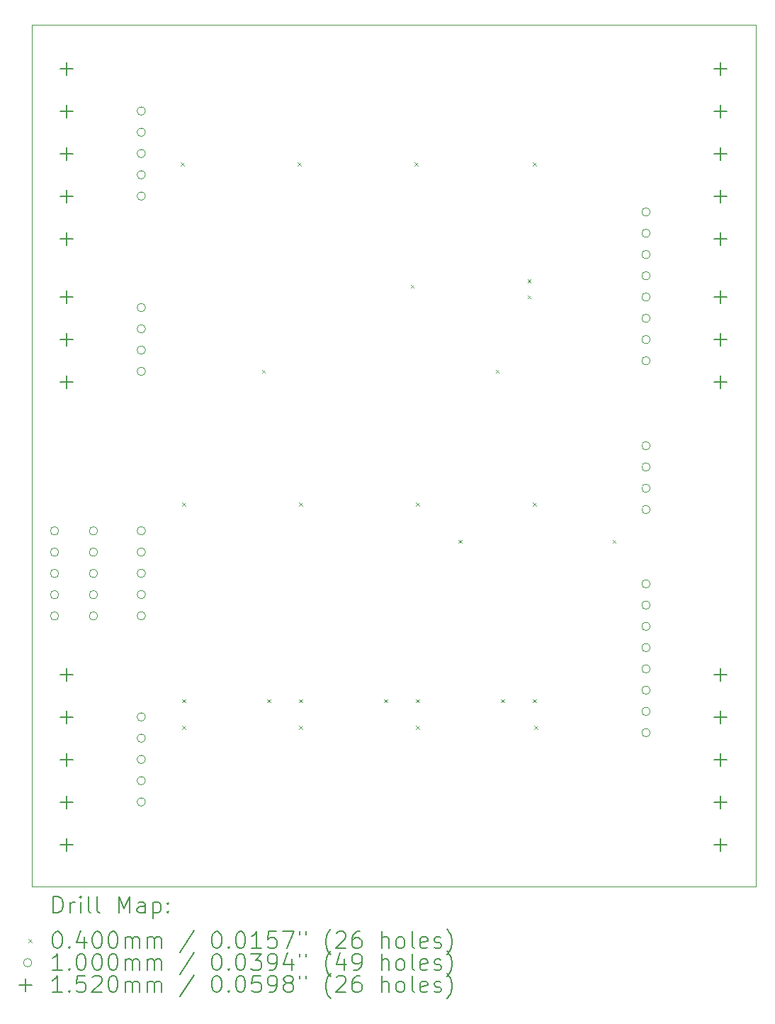
<source format=gbr>
%FSLAX45Y45*%
G04 Gerber Fmt 4.5, Leading zero omitted, Abs format (unit mm)*
G04 Created by KiCad (PCBNEW (6.0.0)) date 2022-08-19 13:47:37*
%MOMM*%
%LPD*%
G01*
G04 APERTURE LIST*
%TA.AperFunction,Profile*%
%ADD10C,0.100000*%
%TD*%
%ADD11C,0.200000*%
%ADD12C,0.040000*%
%ADD13C,0.100000*%
%ADD14C,0.152000*%
G04 APERTURE END LIST*
D10*
X10000000Y-5000000D02*
X18650000Y-5000000D01*
X10000000Y-15300000D02*
X10000000Y-5000000D01*
X18650000Y-15300000D02*
X18650000Y-5000000D01*
X10000000Y-15300000D02*
X18650000Y-15300000D01*
D11*
D12*
X11774500Y-6647500D02*
X11814500Y-6687500D01*
X11814500Y-6647500D02*
X11774500Y-6687500D01*
X11791000Y-10711500D02*
X11831000Y-10751500D01*
X11831000Y-10711500D02*
X11791000Y-10751500D01*
X11791000Y-13061000D02*
X11831000Y-13101000D01*
X11831000Y-13061000D02*
X11791000Y-13101000D01*
X11791000Y-13378500D02*
X11831000Y-13418500D01*
X11831000Y-13378500D02*
X11791000Y-13418500D01*
X12743500Y-9124000D02*
X12783500Y-9164000D01*
X12783500Y-9124000D02*
X12743500Y-9164000D01*
X12807000Y-13061000D02*
X12847000Y-13101000D01*
X12847000Y-13061000D02*
X12807000Y-13101000D01*
X13171500Y-6647500D02*
X13211500Y-6687500D01*
X13211500Y-6647500D02*
X13171500Y-6687500D01*
X13188000Y-10711500D02*
X13228000Y-10751500D01*
X13228000Y-10711500D02*
X13188000Y-10751500D01*
X13188000Y-13061000D02*
X13228000Y-13101000D01*
X13228000Y-13061000D02*
X13188000Y-13101000D01*
X13188000Y-13378500D02*
X13228000Y-13418500D01*
X13228000Y-13378500D02*
X13188000Y-13418500D01*
X14204000Y-13061000D02*
X14244000Y-13101000D01*
X14244000Y-13061000D02*
X14204000Y-13101000D01*
X14521500Y-8108000D02*
X14561500Y-8148000D01*
X14561500Y-8108000D02*
X14521500Y-8148000D01*
X14568500Y-6647500D02*
X14608500Y-6687500D01*
X14608500Y-6647500D02*
X14568500Y-6687500D01*
X14585000Y-10711500D02*
X14625000Y-10751500D01*
X14625000Y-10711500D02*
X14585000Y-10751500D01*
X14585000Y-13061000D02*
X14625000Y-13101000D01*
X14625000Y-13061000D02*
X14585000Y-13101000D01*
X14585000Y-13378500D02*
X14625000Y-13418500D01*
X14625000Y-13378500D02*
X14585000Y-13418500D01*
X15093000Y-11156000D02*
X15133000Y-11196000D01*
X15133000Y-11156000D02*
X15093000Y-11196000D01*
X15537500Y-9124000D02*
X15577500Y-9164000D01*
X15577500Y-9124000D02*
X15537500Y-9164000D01*
X15601000Y-13061000D02*
X15641000Y-13101000D01*
X15641000Y-13061000D02*
X15601000Y-13101000D01*
X15918500Y-8044500D02*
X15958500Y-8084500D01*
X15958500Y-8044500D02*
X15918500Y-8084500D01*
X15918500Y-8235000D02*
X15958500Y-8275000D01*
X15958500Y-8235000D02*
X15918500Y-8275000D01*
X15982000Y-6647500D02*
X16022000Y-6687500D01*
X16022000Y-6647500D02*
X15982000Y-6687500D01*
X15982000Y-10711500D02*
X16022000Y-10751500D01*
X16022000Y-10711500D02*
X15982000Y-10751500D01*
X15982000Y-13061000D02*
X16022000Y-13101000D01*
X16022000Y-13061000D02*
X15982000Y-13101000D01*
X15998500Y-13378500D02*
X16038500Y-13418500D01*
X16038500Y-13378500D02*
X15998500Y-13418500D01*
X16934500Y-11156000D02*
X16974500Y-11196000D01*
X16974500Y-11156000D02*
X16934500Y-11196000D01*
D13*
X10316500Y-11049000D02*
G75*
G03*
X10316500Y-11049000I-50000J0D01*
G01*
X10316500Y-11303000D02*
G75*
G03*
X10316500Y-11303000I-50000J0D01*
G01*
X10316500Y-11557000D02*
G75*
G03*
X10316500Y-11557000I-50000J0D01*
G01*
X10316500Y-11811000D02*
G75*
G03*
X10316500Y-11811000I-50000J0D01*
G01*
X10316500Y-12065000D02*
G75*
G03*
X10316500Y-12065000I-50000J0D01*
G01*
X10781500Y-11049000D02*
G75*
G03*
X10781500Y-11049000I-50000J0D01*
G01*
X10781500Y-11303000D02*
G75*
G03*
X10781500Y-11303000I-50000J0D01*
G01*
X10781500Y-11557000D02*
G75*
G03*
X10781500Y-11557000I-50000J0D01*
G01*
X10781500Y-11811000D02*
G75*
G03*
X10781500Y-11811000I-50000J0D01*
G01*
X10781500Y-12065000D02*
G75*
G03*
X10781500Y-12065000I-50000J0D01*
G01*
X11353000Y-6032500D02*
G75*
G03*
X11353000Y-6032500I-50000J0D01*
G01*
X11353000Y-6286500D02*
G75*
G03*
X11353000Y-6286500I-50000J0D01*
G01*
X11353000Y-6540500D02*
G75*
G03*
X11353000Y-6540500I-50000J0D01*
G01*
X11353000Y-6794500D02*
G75*
G03*
X11353000Y-6794500I-50000J0D01*
G01*
X11353000Y-7048500D02*
G75*
G03*
X11353000Y-7048500I-50000J0D01*
G01*
X11353000Y-8382000D02*
G75*
G03*
X11353000Y-8382000I-50000J0D01*
G01*
X11353000Y-8636000D02*
G75*
G03*
X11353000Y-8636000I-50000J0D01*
G01*
X11353000Y-8890000D02*
G75*
G03*
X11353000Y-8890000I-50000J0D01*
G01*
X11353000Y-9144000D02*
G75*
G03*
X11353000Y-9144000I-50000J0D01*
G01*
X11353000Y-11049000D02*
G75*
G03*
X11353000Y-11049000I-50000J0D01*
G01*
X11353000Y-11303000D02*
G75*
G03*
X11353000Y-11303000I-50000J0D01*
G01*
X11353000Y-11557000D02*
G75*
G03*
X11353000Y-11557000I-50000J0D01*
G01*
X11353000Y-11811000D02*
G75*
G03*
X11353000Y-11811000I-50000J0D01*
G01*
X11353000Y-12065000D02*
G75*
G03*
X11353000Y-12065000I-50000J0D01*
G01*
X11353000Y-13271500D02*
G75*
G03*
X11353000Y-13271500I-50000J0D01*
G01*
X11353000Y-13525500D02*
G75*
G03*
X11353000Y-13525500I-50000J0D01*
G01*
X11353000Y-13779500D02*
G75*
G03*
X11353000Y-13779500I-50000J0D01*
G01*
X11353000Y-14033500D02*
G75*
G03*
X11353000Y-14033500I-50000J0D01*
G01*
X11353000Y-14287500D02*
G75*
G03*
X11353000Y-14287500I-50000J0D01*
G01*
X17385500Y-7239000D02*
G75*
G03*
X17385500Y-7239000I-50000J0D01*
G01*
X17385500Y-7493000D02*
G75*
G03*
X17385500Y-7493000I-50000J0D01*
G01*
X17385500Y-7747000D02*
G75*
G03*
X17385500Y-7747000I-50000J0D01*
G01*
X17385500Y-8001000D02*
G75*
G03*
X17385500Y-8001000I-50000J0D01*
G01*
X17385500Y-8255000D02*
G75*
G03*
X17385500Y-8255000I-50000J0D01*
G01*
X17385500Y-8509000D02*
G75*
G03*
X17385500Y-8509000I-50000J0D01*
G01*
X17385500Y-8763000D02*
G75*
G03*
X17385500Y-8763000I-50000J0D01*
G01*
X17385500Y-9017000D02*
G75*
G03*
X17385500Y-9017000I-50000J0D01*
G01*
X17385500Y-10032000D02*
G75*
G03*
X17385500Y-10032000I-50000J0D01*
G01*
X17385500Y-10286000D02*
G75*
G03*
X17385500Y-10286000I-50000J0D01*
G01*
X17385500Y-10540000D02*
G75*
G03*
X17385500Y-10540000I-50000J0D01*
G01*
X17385500Y-10794000D02*
G75*
G03*
X17385500Y-10794000I-50000J0D01*
G01*
X17385500Y-11682500D02*
G75*
G03*
X17385500Y-11682500I-50000J0D01*
G01*
X17385500Y-11936500D02*
G75*
G03*
X17385500Y-11936500I-50000J0D01*
G01*
X17385500Y-12190500D02*
G75*
G03*
X17385500Y-12190500I-50000J0D01*
G01*
X17385500Y-12444500D02*
G75*
G03*
X17385500Y-12444500I-50000J0D01*
G01*
X17385500Y-12698500D02*
G75*
G03*
X17385500Y-12698500I-50000J0D01*
G01*
X17385500Y-12952500D02*
G75*
G03*
X17385500Y-12952500I-50000J0D01*
G01*
X17385500Y-13206500D02*
G75*
G03*
X17385500Y-13206500I-50000J0D01*
G01*
X17385500Y-13460500D02*
G75*
G03*
X17385500Y-13460500I-50000J0D01*
G01*
D14*
X10414000Y-5448500D02*
X10414000Y-5600500D01*
X10338000Y-5524500D02*
X10490000Y-5524500D01*
X10414000Y-5956500D02*
X10414000Y-6108500D01*
X10338000Y-6032500D02*
X10490000Y-6032500D01*
X10414000Y-6464500D02*
X10414000Y-6616500D01*
X10338000Y-6540500D02*
X10490000Y-6540500D01*
X10414000Y-6972500D02*
X10414000Y-7124500D01*
X10338000Y-7048500D02*
X10490000Y-7048500D01*
X10414000Y-7480500D02*
X10414000Y-7632500D01*
X10338000Y-7556500D02*
X10490000Y-7556500D01*
X10414000Y-8179000D02*
X10414000Y-8331000D01*
X10338000Y-8255000D02*
X10490000Y-8255000D01*
X10414000Y-8687000D02*
X10414000Y-8839000D01*
X10338000Y-8763000D02*
X10490000Y-8763000D01*
X10414000Y-9195000D02*
X10414000Y-9347000D01*
X10338000Y-9271000D02*
X10490000Y-9271000D01*
X10414000Y-12687500D02*
X10414000Y-12839500D01*
X10338000Y-12763500D02*
X10490000Y-12763500D01*
X10414000Y-13195500D02*
X10414000Y-13347500D01*
X10338000Y-13271500D02*
X10490000Y-13271500D01*
X10414000Y-13703500D02*
X10414000Y-13855500D01*
X10338000Y-13779500D02*
X10490000Y-13779500D01*
X10414000Y-14211500D02*
X10414000Y-14363500D01*
X10338000Y-14287500D02*
X10490000Y-14287500D01*
X10414000Y-14719500D02*
X10414000Y-14871500D01*
X10338000Y-14795500D02*
X10490000Y-14795500D01*
X18224500Y-5448500D02*
X18224500Y-5600500D01*
X18148500Y-5524500D02*
X18300500Y-5524500D01*
X18224500Y-5956500D02*
X18224500Y-6108500D01*
X18148500Y-6032500D02*
X18300500Y-6032500D01*
X18224500Y-6464500D02*
X18224500Y-6616500D01*
X18148500Y-6540500D02*
X18300500Y-6540500D01*
X18224500Y-6972500D02*
X18224500Y-7124500D01*
X18148500Y-7048500D02*
X18300500Y-7048500D01*
X18224500Y-7480500D02*
X18224500Y-7632500D01*
X18148500Y-7556500D02*
X18300500Y-7556500D01*
X18224500Y-8179000D02*
X18224500Y-8331000D01*
X18148500Y-8255000D02*
X18300500Y-8255000D01*
X18224500Y-8687000D02*
X18224500Y-8839000D01*
X18148500Y-8763000D02*
X18300500Y-8763000D01*
X18224500Y-9195000D02*
X18224500Y-9347000D01*
X18148500Y-9271000D02*
X18300500Y-9271000D01*
X18224500Y-12687500D02*
X18224500Y-12839500D01*
X18148500Y-12763500D02*
X18300500Y-12763500D01*
X18224500Y-13195500D02*
X18224500Y-13347500D01*
X18148500Y-13271500D02*
X18300500Y-13271500D01*
X18224500Y-13703500D02*
X18224500Y-13855500D01*
X18148500Y-13779500D02*
X18300500Y-13779500D01*
X18224500Y-14211500D02*
X18224500Y-14363500D01*
X18148500Y-14287500D02*
X18300500Y-14287500D01*
X18224500Y-14719500D02*
X18224500Y-14871500D01*
X18148500Y-14795500D02*
X18300500Y-14795500D01*
D11*
X10252619Y-15615476D02*
X10252619Y-15415476D01*
X10300238Y-15415476D01*
X10328810Y-15425000D01*
X10347857Y-15444048D01*
X10357381Y-15463095D01*
X10366905Y-15501190D01*
X10366905Y-15529762D01*
X10357381Y-15567857D01*
X10347857Y-15586905D01*
X10328810Y-15605952D01*
X10300238Y-15615476D01*
X10252619Y-15615476D01*
X10452619Y-15615476D02*
X10452619Y-15482143D01*
X10452619Y-15520238D02*
X10462143Y-15501190D01*
X10471667Y-15491667D01*
X10490714Y-15482143D01*
X10509762Y-15482143D01*
X10576429Y-15615476D02*
X10576429Y-15482143D01*
X10576429Y-15415476D02*
X10566905Y-15425000D01*
X10576429Y-15434524D01*
X10585952Y-15425000D01*
X10576429Y-15415476D01*
X10576429Y-15434524D01*
X10700238Y-15615476D02*
X10681190Y-15605952D01*
X10671667Y-15586905D01*
X10671667Y-15415476D01*
X10805000Y-15615476D02*
X10785952Y-15605952D01*
X10776429Y-15586905D01*
X10776429Y-15415476D01*
X11033571Y-15615476D02*
X11033571Y-15415476D01*
X11100238Y-15558333D01*
X11166905Y-15415476D01*
X11166905Y-15615476D01*
X11347857Y-15615476D02*
X11347857Y-15510714D01*
X11338333Y-15491667D01*
X11319286Y-15482143D01*
X11281190Y-15482143D01*
X11262143Y-15491667D01*
X11347857Y-15605952D02*
X11328809Y-15615476D01*
X11281190Y-15615476D01*
X11262143Y-15605952D01*
X11252619Y-15586905D01*
X11252619Y-15567857D01*
X11262143Y-15548809D01*
X11281190Y-15539286D01*
X11328809Y-15539286D01*
X11347857Y-15529762D01*
X11443095Y-15482143D02*
X11443095Y-15682143D01*
X11443095Y-15491667D02*
X11462143Y-15482143D01*
X11500238Y-15482143D01*
X11519286Y-15491667D01*
X11528809Y-15501190D01*
X11538333Y-15520238D01*
X11538333Y-15577381D01*
X11528809Y-15596428D01*
X11519286Y-15605952D01*
X11500238Y-15615476D01*
X11462143Y-15615476D01*
X11443095Y-15605952D01*
X11624048Y-15596428D02*
X11633571Y-15605952D01*
X11624048Y-15615476D01*
X11614524Y-15605952D01*
X11624048Y-15596428D01*
X11624048Y-15615476D01*
X11624048Y-15491667D02*
X11633571Y-15501190D01*
X11624048Y-15510714D01*
X11614524Y-15501190D01*
X11624048Y-15491667D01*
X11624048Y-15510714D01*
D12*
X9955000Y-15925000D02*
X9995000Y-15965000D01*
X9995000Y-15925000D02*
X9955000Y-15965000D01*
D11*
X10290714Y-15835476D02*
X10309762Y-15835476D01*
X10328810Y-15845000D01*
X10338333Y-15854524D01*
X10347857Y-15873571D01*
X10357381Y-15911667D01*
X10357381Y-15959286D01*
X10347857Y-15997381D01*
X10338333Y-16016428D01*
X10328810Y-16025952D01*
X10309762Y-16035476D01*
X10290714Y-16035476D01*
X10271667Y-16025952D01*
X10262143Y-16016428D01*
X10252619Y-15997381D01*
X10243095Y-15959286D01*
X10243095Y-15911667D01*
X10252619Y-15873571D01*
X10262143Y-15854524D01*
X10271667Y-15845000D01*
X10290714Y-15835476D01*
X10443095Y-16016428D02*
X10452619Y-16025952D01*
X10443095Y-16035476D01*
X10433571Y-16025952D01*
X10443095Y-16016428D01*
X10443095Y-16035476D01*
X10624048Y-15902143D02*
X10624048Y-16035476D01*
X10576429Y-15825952D02*
X10528810Y-15968809D01*
X10652619Y-15968809D01*
X10766905Y-15835476D02*
X10785952Y-15835476D01*
X10805000Y-15845000D01*
X10814524Y-15854524D01*
X10824048Y-15873571D01*
X10833571Y-15911667D01*
X10833571Y-15959286D01*
X10824048Y-15997381D01*
X10814524Y-16016428D01*
X10805000Y-16025952D01*
X10785952Y-16035476D01*
X10766905Y-16035476D01*
X10747857Y-16025952D01*
X10738333Y-16016428D01*
X10728810Y-15997381D01*
X10719286Y-15959286D01*
X10719286Y-15911667D01*
X10728810Y-15873571D01*
X10738333Y-15854524D01*
X10747857Y-15845000D01*
X10766905Y-15835476D01*
X10957381Y-15835476D02*
X10976429Y-15835476D01*
X10995476Y-15845000D01*
X11005000Y-15854524D01*
X11014524Y-15873571D01*
X11024048Y-15911667D01*
X11024048Y-15959286D01*
X11014524Y-15997381D01*
X11005000Y-16016428D01*
X10995476Y-16025952D01*
X10976429Y-16035476D01*
X10957381Y-16035476D01*
X10938333Y-16025952D01*
X10928810Y-16016428D01*
X10919286Y-15997381D01*
X10909762Y-15959286D01*
X10909762Y-15911667D01*
X10919286Y-15873571D01*
X10928810Y-15854524D01*
X10938333Y-15845000D01*
X10957381Y-15835476D01*
X11109762Y-16035476D02*
X11109762Y-15902143D01*
X11109762Y-15921190D02*
X11119286Y-15911667D01*
X11138333Y-15902143D01*
X11166905Y-15902143D01*
X11185952Y-15911667D01*
X11195476Y-15930714D01*
X11195476Y-16035476D01*
X11195476Y-15930714D02*
X11205000Y-15911667D01*
X11224048Y-15902143D01*
X11252619Y-15902143D01*
X11271667Y-15911667D01*
X11281190Y-15930714D01*
X11281190Y-16035476D01*
X11376428Y-16035476D02*
X11376428Y-15902143D01*
X11376428Y-15921190D02*
X11385952Y-15911667D01*
X11405000Y-15902143D01*
X11433571Y-15902143D01*
X11452619Y-15911667D01*
X11462143Y-15930714D01*
X11462143Y-16035476D01*
X11462143Y-15930714D02*
X11471667Y-15911667D01*
X11490714Y-15902143D01*
X11519286Y-15902143D01*
X11538333Y-15911667D01*
X11547857Y-15930714D01*
X11547857Y-16035476D01*
X11938333Y-15825952D02*
X11766905Y-16083095D01*
X12195476Y-15835476D02*
X12214524Y-15835476D01*
X12233571Y-15845000D01*
X12243095Y-15854524D01*
X12252619Y-15873571D01*
X12262143Y-15911667D01*
X12262143Y-15959286D01*
X12252619Y-15997381D01*
X12243095Y-16016428D01*
X12233571Y-16025952D01*
X12214524Y-16035476D01*
X12195476Y-16035476D01*
X12176428Y-16025952D01*
X12166905Y-16016428D01*
X12157381Y-15997381D01*
X12147857Y-15959286D01*
X12147857Y-15911667D01*
X12157381Y-15873571D01*
X12166905Y-15854524D01*
X12176428Y-15845000D01*
X12195476Y-15835476D01*
X12347857Y-16016428D02*
X12357381Y-16025952D01*
X12347857Y-16035476D01*
X12338333Y-16025952D01*
X12347857Y-16016428D01*
X12347857Y-16035476D01*
X12481190Y-15835476D02*
X12500238Y-15835476D01*
X12519286Y-15845000D01*
X12528809Y-15854524D01*
X12538333Y-15873571D01*
X12547857Y-15911667D01*
X12547857Y-15959286D01*
X12538333Y-15997381D01*
X12528809Y-16016428D01*
X12519286Y-16025952D01*
X12500238Y-16035476D01*
X12481190Y-16035476D01*
X12462143Y-16025952D01*
X12452619Y-16016428D01*
X12443095Y-15997381D01*
X12433571Y-15959286D01*
X12433571Y-15911667D01*
X12443095Y-15873571D01*
X12452619Y-15854524D01*
X12462143Y-15845000D01*
X12481190Y-15835476D01*
X12738333Y-16035476D02*
X12624048Y-16035476D01*
X12681190Y-16035476D02*
X12681190Y-15835476D01*
X12662143Y-15864048D01*
X12643095Y-15883095D01*
X12624048Y-15892619D01*
X12919286Y-15835476D02*
X12824048Y-15835476D01*
X12814524Y-15930714D01*
X12824048Y-15921190D01*
X12843095Y-15911667D01*
X12890714Y-15911667D01*
X12909762Y-15921190D01*
X12919286Y-15930714D01*
X12928809Y-15949762D01*
X12928809Y-15997381D01*
X12919286Y-16016428D01*
X12909762Y-16025952D01*
X12890714Y-16035476D01*
X12843095Y-16035476D01*
X12824048Y-16025952D01*
X12814524Y-16016428D01*
X12995476Y-15835476D02*
X13128809Y-15835476D01*
X13043095Y-16035476D01*
X13195476Y-15835476D02*
X13195476Y-15873571D01*
X13271667Y-15835476D02*
X13271667Y-15873571D01*
X13566905Y-16111667D02*
X13557381Y-16102143D01*
X13538333Y-16073571D01*
X13528809Y-16054524D01*
X13519286Y-16025952D01*
X13509762Y-15978333D01*
X13509762Y-15940238D01*
X13519286Y-15892619D01*
X13528809Y-15864048D01*
X13538333Y-15845000D01*
X13557381Y-15816428D01*
X13566905Y-15806905D01*
X13633571Y-15854524D02*
X13643095Y-15845000D01*
X13662143Y-15835476D01*
X13709762Y-15835476D01*
X13728809Y-15845000D01*
X13738333Y-15854524D01*
X13747857Y-15873571D01*
X13747857Y-15892619D01*
X13738333Y-15921190D01*
X13624048Y-16035476D01*
X13747857Y-16035476D01*
X13919286Y-15835476D02*
X13881190Y-15835476D01*
X13862143Y-15845000D01*
X13852619Y-15854524D01*
X13833571Y-15883095D01*
X13824048Y-15921190D01*
X13824048Y-15997381D01*
X13833571Y-16016428D01*
X13843095Y-16025952D01*
X13862143Y-16035476D01*
X13900238Y-16035476D01*
X13919286Y-16025952D01*
X13928809Y-16016428D01*
X13938333Y-15997381D01*
X13938333Y-15949762D01*
X13928809Y-15930714D01*
X13919286Y-15921190D01*
X13900238Y-15911667D01*
X13862143Y-15911667D01*
X13843095Y-15921190D01*
X13833571Y-15930714D01*
X13824048Y-15949762D01*
X14176428Y-16035476D02*
X14176428Y-15835476D01*
X14262143Y-16035476D02*
X14262143Y-15930714D01*
X14252619Y-15911667D01*
X14233571Y-15902143D01*
X14205000Y-15902143D01*
X14185952Y-15911667D01*
X14176428Y-15921190D01*
X14385952Y-16035476D02*
X14366905Y-16025952D01*
X14357381Y-16016428D01*
X14347857Y-15997381D01*
X14347857Y-15940238D01*
X14357381Y-15921190D01*
X14366905Y-15911667D01*
X14385952Y-15902143D01*
X14414524Y-15902143D01*
X14433571Y-15911667D01*
X14443095Y-15921190D01*
X14452619Y-15940238D01*
X14452619Y-15997381D01*
X14443095Y-16016428D01*
X14433571Y-16025952D01*
X14414524Y-16035476D01*
X14385952Y-16035476D01*
X14566905Y-16035476D02*
X14547857Y-16025952D01*
X14538333Y-16006905D01*
X14538333Y-15835476D01*
X14719286Y-16025952D02*
X14700238Y-16035476D01*
X14662143Y-16035476D01*
X14643095Y-16025952D01*
X14633571Y-16006905D01*
X14633571Y-15930714D01*
X14643095Y-15911667D01*
X14662143Y-15902143D01*
X14700238Y-15902143D01*
X14719286Y-15911667D01*
X14728809Y-15930714D01*
X14728809Y-15949762D01*
X14633571Y-15968809D01*
X14805000Y-16025952D02*
X14824048Y-16035476D01*
X14862143Y-16035476D01*
X14881190Y-16025952D01*
X14890714Y-16006905D01*
X14890714Y-15997381D01*
X14881190Y-15978333D01*
X14862143Y-15968809D01*
X14833571Y-15968809D01*
X14814524Y-15959286D01*
X14805000Y-15940238D01*
X14805000Y-15930714D01*
X14814524Y-15911667D01*
X14833571Y-15902143D01*
X14862143Y-15902143D01*
X14881190Y-15911667D01*
X14957381Y-16111667D02*
X14966905Y-16102143D01*
X14985952Y-16073571D01*
X14995476Y-16054524D01*
X15005000Y-16025952D01*
X15014524Y-15978333D01*
X15014524Y-15940238D01*
X15005000Y-15892619D01*
X14995476Y-15864048D01*
X14985952Y-15845000D01*
X14966905Y-15816428D01*
X14957381Y-15806905D01*
D13*
X9995000Y-16209000D02*
G75*
G03*
X9995000Y-16209000I-50000J0D01*
G01*
D11*
X10357381Y-16299476D02*
X10243095Y-16299476D01*
X10300238Y-16299476D02*
X10300238Y-16099476D01*
X10281190Y-16128048D01*
X10262143Y-16147095D01*
X10243095Y-16156619D01*
X10443095Y-16280428D02*
X10452619Y-16289952D01*
X10443095Y-16299476D01*
X10433571Y-16289952D01*
X10443095Y-16280428D01*
X10443095Y-16299476D01*
X10576429Y-16099476D02*
X10595476Y-16099476D01*
X10614524Y-16109000D01*
X10624048Y-16118524D01*
X10633571Y-16137571D01*
X10643095Y-16175667D01*
X10643095Y-16223286D01*
X10633571Y-16261381D01*
X10624048Y-16280428D01*
X10614524Y-16289952D01*
X10595476Y-16299476D01*
X10576429Y-16299476D01*
X10557381Y-16289952D01*
X10547857Y-16280428D01*
X10538333Y-16261381D01*
X10528810Y-16223286D01*
X10528810Y-16175667D01*
X10538333Y-16137571D01*
X10547857Y-16118524D01*
X10557381Y-16109000D01*
X10576429Y-16099476D01*
X10766905Y-16099476D02*
X10785952Y-16099476D01*
X10805000Y-16109000D01*
X10814524Y-16118524D01*
X10824048Y-16137571D01*
X10833571Y-16175667D01*
X10833571Y-16223286D01*
X10824048Y-16261381D01*
X10814524Y-16280428D01*
X10805000Y-16289952D01*
X10785952Y-16299476D01*
X10766905Y-16299476D01*
X10747857Y-16289952D01*
X10738333Y-16280428D01*
X10728810Y-16261381D01*
X10719286Y-16223286D01*
X10719286Y-16175667D01*
X10728810Y-16137571D01*
X10738333Y-16118524D01*
X10747857Y-16109000D01*
X10766905Y-16099476D01*
X10957381Y-16099476D02*
X10976429Y-16099476D01*
X10995476Y-16109000D01*
X11005000Y-16118524D01*
X11014524Y-16137571D01*
X11024048Y-16175667D01*
X11024048Y-16223286D01*
X11014524Y-16261381D01*
X11005000Y-16280428D01*
X10995476Y-16289952D01*
X10976429Y-16299476D01*
X10957381Y-16299476D01*
X10938333Y-16289952D01*
X10928810Y-16280428D01*
X10919286Y-16261381D01*
X10909762Y-16223286D01*
X10909762Y-16175667D01*
X10919286Y-16137571D01*
X10928810Y-16118524D01*
X10938333Y-16109000D01*
X10957381Y-16099476D01*
X11109762Y-16299476D02*
X11109762Y-16166143D01*
X11109762Y-16185190D02*
X11119286Y-16175667D01*
X11138333Y-16166143D01*
X11166905Y-16166143D01*
X11185952Y-16175667D01*
X11195476Y-16194714D01*
X11195476Y-16299476D01*
X11195476Y-16194714D02*
X11205000Y-16175667D01*
X11224048Y-16166143D01*
X11252619Y-16166143D01*
X11271667Y-16175667D01*
X11281190Y-16194714D01*
X11281190Y-16299476D01*
X11376428Y-16299476D02*
X11376428Y-16166143D01*
X11376428Y-16185190D02*
X11385952Y-16175667D01*
X11405000Y-16166143D01*
X11433571Y-16166143D01*
X11452619Y-16175667D01*
X11462143Y-16194714D01*
X11462143Y-16299476D01*
X11462143Y-16194714D02*
X11471667Y-16175667D01*
X11490714Y-16166143D01*
X11519286Y-16166143D01*
X11538333Y-16175667D01*
X11547857Y-16194714D01*
X11547857Y-16299476D01*
X11938333Y-16089952D02*
X11766905Y-16347095D01*
X12195476Y-16099476D02*
X12214524Y-16099476D01*
X12233571Y-16109000D01*
X12243095Y-16118524D01*
X12252619Y-16137571D01*
X12262143Y-16175667D01*
X12262143Y-16223286D01*
X12252619Y-16261381D01*
X12243095Y-16280428D01*
X12233571Y-16289952D01*
X12214524Y-16299476D01*
X12195476Y-16299476D01*
X12176428Y-16289952D01*
X12166905Y-16280428D01*
X12157381Y-16261381D01*
X12147857Y-16223286D01*
X12147857Y-16175667D01*
X12157381Y-16137571D01*
X12166905Y-16118524D01*
X12176428Y-16109000D01*
X12195476Y-16099476D01*
X12347857Y-16280428D02*
X12357381Y-16289952D01*
X12347857Y-16299476D01*
X12338333Y-16289952D01*
X12347857Y-16280428D01*
X12347857Y-16299476D01*
X12481190Y-16099476D02*
X12500238Y-16099476D01*
X12519286Y-16109000D01*
X12528809Y-16118524D01*
X12538333Y-16137571D01*
X12547857Y-16175667D01*
X12547857Y-16223286D01*
X12538333Y-16261381D01*
X12528809Y-16280428D01*
X12519286Y-16289952D01*
X12500238Y-16299476D01*
X12481190Y-16299476D01*
X12462143Y-16289952D01*
X12452619Y-16280428D01*
X12443095Y-16261381D01*
X12433571Y-16223286D01*
X12433571Y-16175667D01*
X12443095Y-16137571D01*
X12452619Y-16118524D01*
X12462143Y-16109000D01*
X12481190Y-16099476D01*
X12614524Y-16099476D02*
X12738333Y-16099476D01*
X12671667Y-16175667D01*
X12700238Y-16175667D01*
X12719286Y-16185190D01*
X12728809Y-16194714D01*
X12738333Y-16213762D01*
X12738333Y-16261381D01*
X12728809Y-16280428D01*
X12719286Y-16289952D01*
X12700238Y-16299476D01*
X12643095Y-16299476D01*
X12624048Y-16289952D01*
X12614524Y-16280428D01*
X12833571Y-16299476D02*
X12871667Y-16299476D01*
X12890714Y-16289952D01*
X12900238Y-16280428D01*
X12919286Y-16251857D01*
X12928809Y-16213762D01*
X12928809Y-16137571D01*
X12919286Y-16118524D01*
X12909762Y-16109000D01*
X12890714Y-16099476D01*
X12852619Y-16099476D01*
X12833571Y-16109000D01*
X12824048Y-16118524D01*
X12814524Y-16137571D01*
X12814524Y-16185190D01*
X12824048Y-16204238D01*
X12833571Y-16213762D01*
X12852619Y-16223286D01*
X12890714Y-16223286D01*
X12909762Y-16213762D01*
X12919286Y-16204238D01*
X12928809Y-16185190D01*
X13100238Y-16166143D02*
X13100238Y-16299476D01*
X13052619Y-16089952D02*
X13005000Y-16232809D01*
X13128809Y-16232809D01*
X13195476Y-16099476D02*
X13195476Y-16137571D01*
X13271667Y-16099476D02*
X13271667Y-16137571D01*
X13566905Y-16375667D02*
X13557381Y-16366143D01*
X13538333Y-16337571D01*
X13528809Y-16318524D01*
X13519286Y-16289952D01*
X13509762Y-16242333D01*
X13509762Y-16204238D01*
X13519286Y-16156619D01*
X13528809Y-16128048D01*
X13538333Y-16109000D01*
X13557381Y-16080428D01*
X13566905Y-16070905D01*
X13728809Y-16166143D02*
X13728809Y-16299476D01*
X13681190Y-16089952D02*
X13633571Y-16232809D01*
X13757381Y-16232809D01*
X13843095Y-16299476D02*
X13881190Y-16299476D01*
X13900238Y-16289952D01*
X13909762Y-16280428D01*
X13928809Y-16251857D01*
X13938333Y-16213762D01*
X13938333Y-16137571D01*
X13928809Y-16118524D01*
X13919286Y-16109000D01*
X13900238Y-16099476D01*
X13862143Y-16099476D01*
X13843095Y-16109000D01*
X13833571Y-16118524D01*
X13824048Y-16137571D01*
X13824048Y-16185190D01*
X13833571Y-16204238D01*
X13843095Y-16213762D01*
X13862143Y-16223286D01*
X13900238Y-16223286D01*
X13919286Y-16213762D01*
X13928809Y-16204238D01*
X13938333Y-16185190D01*
X14176428Y-16299476D02*
X14176428Y-16099476D01*
X14262143Y-16299476D02*
X14262143Y-16194714D01*
X14252619Y-16175667D01*
X14233571Y-16166143D01*
X14205000Y-16166143D01*
X14185952Y-16175667D01*
X14176428Y-16185190D01*
X14385952Y-16299476D02*
X14366905Y-16289952D01*
X14357381Y-16280428D01*
X14347857Y-16261381D01*
X14347857Y-16204238D01*
X14357381Y-16185190D01*
X14366905Y-16175667D01*
X14385952Y-16166143D01*
X14414524Y-16166143D01*
X14433571Y-16175667D01*
X14443095Y-16185190D01*
X14452619Y-16204238D01*
X14452619Y-16261381D01*
X14443095Y-16280428D01*
X14433571Y-16289952D01*
X14414524Y-16299476D01*
X14385952Y-16299476D01*
X14566905Y-16299476D02*
X14547857Y-16289952D01*
X14538333Y-16270905D01*
X14538333Y-16099476D01*
X14719286Y-16289952D02*
X14700238Y-16299476D01*
X14662143Y-16299476D01*
X14643095Y-16289952D01*
X14633571Y-16270905D01*
X14633571Y-16194714D01*
X14643095Y-16175667D01*
X14662143Y-16166143D01*
X14700238Y-16166143D01*
X14719286Y-16175667D01*
X14728809Y-16194714D01*
X14728809Y-16213762D01*
X14633571Y-16232809D01*
X14805000Y-16289952D02*
X14824048Y-16299476D01*
X14862143Y-16299476D01*
X14881190Y-16289952D01*
X14890714Y-16270905D01*
X14890714Y-16261381D01*
X14881190Y-16242333D01*
X14862143Y-16232809D01*
X14833571Y-16232809D01*
X14814524Y-16223286D01*
X14805000Y-16204238D01*
X14805000Y-16194714D01*
X14814524Y-16175667D01*
X14833571Y-16166143D01*
X14862143Y-16166143D01*
X14881190Y-16175667D01*
X14957381Y-16375667D02*
X14966905Y-16366143D01*
X14985952Y-16337571D01*
X14995476Y-16318524D01*
X15005000Y-16289952D01*
X15014524Y-16242333D01*
X15014524Y-16204238D01*
X15005000Y-16156619D01*
X14995476Y-16128048D01*
X14985952Y-16109000D01*
X14966905Y-16080428D01*
X14957381Y-16070905D01*
D14*
X9919000Y-16397000D02*
X9919000Y-16549000D01*
X9843000Y-16473000D02*
X9995000Y-16473000D01*
D11*
X10357381Y-16563476D02*
X10243095Y-16563476D01*
X10300238Y-16563476D02*
X10300238Y-16363476D01*
X10281190Y-16392048D01*
X10262143Y-16411095D01*
X10243095Y-16420619D01*
X10443095Y-16544428D02*
X10452619Y-16553952D01*
X10443095Y-16563476D01*
X10433571Y-16553952D01*
X10443095Y-16544428D01*
X10443095Y-16563476D01*
X10633571Y-16363476D02*
X10538333Y-16363476D01*
X10528810Y-16458714D01*
X10538333Y-16449190D01*
X10557381Y-16439667D01*
X10605000Y-16439667D01*
X10624048Y-16449190D01*
X10633571Y-16458714D01*
X10643095Y-16477762D01*
X10643095Y-16525381D01*
X10633571Y-16544428D01*
X10624048Y-16553952D01*
X10605000Y-16563476D01*
X10557381Y-16563476D01*
X10538333Y-16553952D01*
X10528810Y-16544428D01*
X10719286Y-16382524D02*
X10728810Y-16373000D01*
X10747857Y-16363476D01*
X10795476Y-16363476D01*
X10814524Y-16373000D01*
X10824048Y-16382524D01*
X10833571Y-16401571D01*
X10833571Y-16420619D01*
X10824048Y-16449190D01*
X10709762Y-16563476D01*
X10833571Y-16563476D01*
X10957381Y-16363476D02*
X10976429Y-16363476D01*
X10995476Y-16373000D01*
X11005000Y-16382524D01*
X11014524Y-16401571D01*
X11024048Y-16439667D01*
X11024048Y-16487286D01*
X11014524Y-16525381D01*
X11005000Y-16544428D01*
X10995476Y-16553952D01*
X10976429Y-16563476D01*
X10957381Y-16563476D01*
X10938333Y-16553952D01*
X10928810Y-16544428D01*
X10919286Y-16525381D01*
X10909762Y-16487286D01*
X10909762Y-16439667D01*
X10919286Y-16401571D01*
X10928810Y-16382524D01*
X10938333Y-16373000D01*
X10957381Y-16363476D01*
X11109762Y-16563476D02*
X11109762Y-16430143D01*
X11109762Y-16449190D02*
X11119286Y-16439667D01*
X11138333Y-16430143D01*
X11166905Y-16430143D01*
X11185952Y-16439667D01*
X11195476Y-16458714D01*
X11195476Y-16563476D01*
X11195476Y-16458714D02*
X11205000Y-16439667D01*
X11224048Y-16430143D01*
X11252619Y-16430143D01*
X11271667Y-16439667D01*
X11281190Y-16458714D01*
X11281190Y-16563476D01*
X11376428Y-16563476D02*
X11376428Y-16430143D01*
X11376428Y-16449190D02*
X11385952Y-16439667D01*
X11405000Y-16430143D01*
X11433571Y-16430143D01*
X11452619Y-16439667D01*
X11462143Y-16458714D01*
X11462143Y-16563476D01*
X11462143Y-16458714D02*
X11471667Y-16439667D01*
X11490714Y-16430143D01*
X11519286Y-16430143D01*
X11538333Y-16439667D01*
X11547857Y-16458714D01*
X11547857Y-16563476D01*
X11938333Y-16353952D02*
X11766905Y-16611095D01*
X12195476Y-16363476D02*
X12214524Y-16363476D01*
X12233571Y-16373000D01*
X12243095Y-16382524D01*
X12252619Y-16401571D01*
X12262143Y-16439667D01*
X12262143Y-16487286D01*
X12252619Y-16525381D01*
X12243095Y-16544428D01*
X12233571Y-16553952D01*
X12214524Y-16563476D01*
X12195476Y-16563476D01*
X12176428Y-16553952D01*
X12166905Y-16544428D01*
X12157381Y-16525381D01*
X12147857Y-16487286D01*
X12147857Y-16439667D01*
X12157381Y-16401571D01*
X12166905Y-16382524D01*
X12176428Y-16373000D01*
X12195476Y-16363476D01*
X12347857Y-16544428D02*
X12357381Y-16553952D01*
X12347857Y-16563476D01*
X12338333Y-16553952D01*
X12347857Y-16544428D01*
X12347857Y-16563476D01*
X12481190Y-16363476D02*
X12500238Y-16363476D01*
X12519286Y-16373000D01*
X12528809Y-16382524D01*
X12538333Y-16401571D01*
X12547857Y-16439667D01*
X12547857Y-16487286D01*
X12538333Y-16525381D01*
X12528809Y-16544428D01*
X12519286Y-16553952D01*
X12500238Y-16563476D01*
X12481190Y-16563476D01*
X12462143Y-16553952D01*
X12452619Y-16544428D01*
X12443095Y-16525381D01*
X12433571Y-16487286D01*
X12433571Y-16439667D01*
X12443095Y-16401571D01*
X12452619Y-16382524D01*
X12462143Y-16373000D01*
X12481190Y-16363476D01*
X12728809Y-16363476D02*
X12633571Y-16363476D01*
X12624048Y-16458714D01*
X12633571Y-16449190D01*
X12652619Y-16439667D01*
X12700238Y-16439667D01*
X12719286Y-16449190D01*
X12728809Y-16458714D01*
X12738333Y-16477762D01*
X12738333Y-16525381D01*
X12728809Y-16544428D01*
X12719286Y-16553952D01*
X12700238Y-16563476D01*
X12652619Y-16563476D01*
X12633571Y-16553952D01*
X12624048Y-16544428D01*
X12833571Y-16563476D02*
X12871667Y-16563476D01*
X12890714Y-16553952D01*
X12900238Y-16544428D01*
X12919286Y-16515857D01*
X12928809Y-16477762D01*
X12928809Y-16401571D01*
X12919286Y-16382524D01*
X12909762Y-16373000D01*
X12890714Y-16363476D01*
X12852619Y-16363476D01*
X12833571Y-16373000D01*
X12824048Y-16382524D01*
X12814524Y-16401571D01*
X12814524Y-16449190D01*
X12824048Y-16468238D01*
X12833571Y-16477762D01*
X12852619Y-16487286D01*
X12890714Y-16487286D01*
X12909762Y-16477762D01*
X12919286Y-16468238D01*
X12928809Y-16449190D01*
X13043095Y-16449190D02*
X13024048Y-16439667D01*
X13014524Y-16430143D01*
X13005000Y-16411095D01*
X13005000Y-16401571D01*
X13014524Y-16382524D01*
X13024048Y-16373000D01*
X13043095Y-16363476D01*
X13081190Y-16363476D01*
X13100238Y-16373000D01*
X13109762Y-16382524D01*
X13119286Y-16401571D01*
X13119286Y-16411095D01*
X13109762Y-16430143D01*
X13100238Y-16439667D01*
X13081190Y-16449190D01*
X13043095Y-16449190D01*
X13024048Y-16458714D01*
X13014524Y-16468238D01*
X13005000Y-16487286D01*
X13005000Y-16525381D01*
X13014524Y-16544428D01*
X13024048Y-16553952D01*
X13043095Y-16563476D01*
X13081190Y-16563476D01*
X13100238Y-16553952D01*
X13109762Y-16544428D01*
X13119286Y-16525381D01*
X13119286Y-16487286D01*
X13109762Y-16468238D01*
X13100238Y-16458714D01*
X13081190Y-16449190D01*
X13195476Y-16363476D02*
X13195476Y-16401571D01*
X13271667Y-16363476D02*
X13271667Y-16401571D01*
X13566905Y-16639667D02*
X13557381Y-16630143D01*
X13538333Y-16601571D01*
X13528809Y-16582524D01*
X13519286Y-16553952D01*
X13509762Y-16506333D01*
X13509762Y-16468238D01*
X13519286Y-16420619D01*
X13528809Y-16392048D01*
X13538333Y-16373000D01*
X13557381Y-16344428D01*
X13566905Y-16334905D01*
X13633571Y-16382524D02*
X13643095Y-16373000D01*
X13662143Y-16363476D01*
X13709762Y-16363476D01*
X13728809Y-16373000D01*
X13738333Y-16382524D01*
X13747857Y-16401571D01*
X13747857Y-16420619D01*
X13738333Y-16449190D01*
X13624048Y-16563476D01*
X13747857Y-16563476D01*
X13919286Y-16363476D02*
X13881190Y-16363476D01*
X13862143Y-16373000D01*
X13852619Y-16382524D01*
X13833571Y-16411095D01*
X13824048Y-16449190D01*
X13824048Y-16525381D01*
X13833571Y-16544428D01*
X13843095Y-16553952D01*
X13862143Y-16563476D01*
X13900238Y-16563476D01*
X13919286Y-16553952D01*
X13928809Y-16544428D01*
X13938333Y-16525381D01*
X13938333Y-16477762D01*
X13928809Y-16458714D01*
X13919286Y-16449190D01*
X13900238Y-16439667D01*
X13862143Y-16439667D01*
X13843095Y-16449190D01*
X13833571Y-16458714D01*
X13824048Y-16477762D01*
X14176428Y-16563476D02*
X14176428Y-16363476D01*
X14262143Y-16563476D02*
X14262143Y-16458714D01*
X14252619Y-16439667D01*
X14233571Y-16430143D01*
X14205000Y-16430143D01*
X14185952Y-16439667D01*
X14176428Y-16449190D01*
X14385952Y-16563476D02*
X14366905Y-16553952D01*
X14357381Y-16544428D01*
X14347857Y-16525381D01*
X14347857Y-16468238D01*
X14357381Y-16449190D01*
X14366905Y-16439667D01*
X14385952Y-16430143D01*
X14414524Y-16430143D01*
X14433571Y-16439667D01*
X14443095Y-16449190D01*
X14452619Y-16468238D01*
X14452619Y-16525381D01*
X14443095Y-16544428D01*
X14433571Y-16553952D01*
X14414524Y-16563476D01*
X14385952Y-16563476D01*
X14566905Y-16563476D02*
X14547857Y-16553952D01*
X14538333Y-16534905D01*
X14538333Y-16363476D01*
X14719286Y-16553952D02*
X14700238Y-16563476D01*
X14662143Y-16563476D01*
X14643095Y-16553952D01*
X14633571Y-16534905D01*
X14633571Y-16458714D01*
X14643095Y-16439667D01*
X14662143Y-16430143D01*
X14700238Y-16430143D01*
X14719286Y-16439667D01*
X14728809Y-16458714D01*
X14728809Y-16477762D01*
X14633571Y-16496809D01*
X14805000Y-16553952D02*
X14824048Y-16563476D01*
X14862143Y-16563476D01*
X14881190Y-16553952D01*
X14890714Y-16534905D01*
X14890714Y-16525381D01*
X14881190Y-16506333D01*
X14862143Y-16496809D01*
X14833571Y-16496809D01*
X14814524Y-16487286D01*
X14805000Y-16468238D01*
X14805000Y-16458714D01*
X14814524Y-16439667D01*
X14833571Y-16430143D01*
X14862143Y-16430143D01*
X14881190Y-16439667D01*
X14957381Y-16639667D02*
X14966905Y-16630143D01*
X14985952Y-16601571D01*
X14995476Y-16582524D01*
X15005000Y-16553952D01*
X15014524Y-16506333D01*
X15014524Y-16468238D01*
X15005000Y-16420619D01*
X14995476Y-16392048D01*
X14985952Y-16373000D01*
X14966905Y-16344428D01*
X14957381Y-16334905D01*
M02*

</source>
